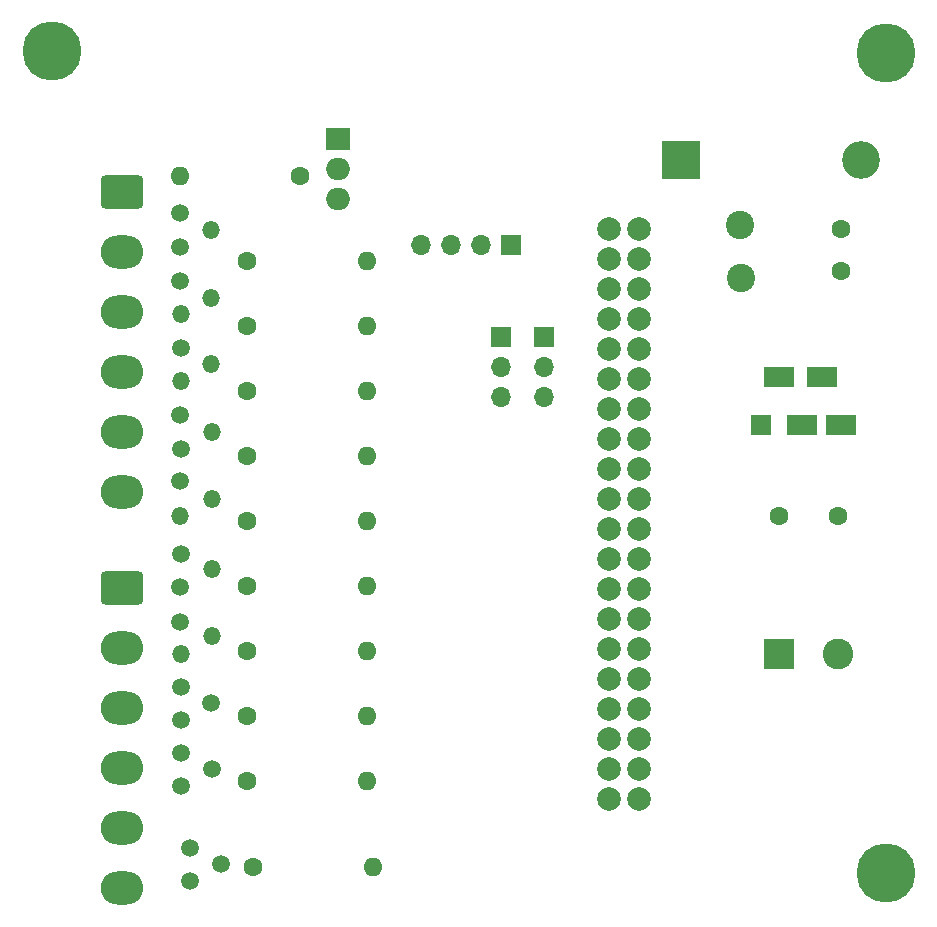
<source format=gbr>
%TF.GenerationSoftware,KiCad,Pcbnew,6.0.5-a6ca702e91~116~ubuntu20.04.1*%
%TF.CreationDate,2022-09-12T10:32:16-03:00*%
%TF.ProjectId,PEF,5045462e-6b69-4636-9164-5f7063625858,rev?*%
%TF.SameCoordinates,Original*%
%TF.FileFunction,Soldermask,Top*%
%TF.FilePolarity,Negative*%
%FSLAX46Y46*%
G04 Gerber Fmt 4.6, Leading zero omitted, Abs format (unit mm)*
G04 Created by KiCad (PCBNEW 6.0.5-a6ca702e91~116~ubuntu20.04.1) date 2022-09-12 10:32:16*
%MOMM*%
%LPD*%
G01*
G04 APERTURE LIST*
G04 Aperture macros list*
%AMRoundRect*
0 Rectangle with rounded corners*
0 $1 Rounding radius*
0 $2 $3 $4 $5 $6 $7 $8 $9 X,Y pos of 4 corners*
0 Add a 4 corners polygon primitive as box body*
4,1,4,$2,$3,$4,$5,$6,$7,$8,$9,$2,$3,0*
0 Add four circle primitives for the rounded corners*
1,1,$1+$1,$2,$3*
1,1,$1+$1,$4,$5*
1,1,$1+$1,$6,$7*
1,1,$1+$1,$8,$9*
0 Add four rect primitives between the rounded corners*
20,1,$1+$1,$2,$3,$4,$5,0*
20,1,$1+$1,$4,$5,$6,$7,0*
20,1,$1+$1,$6,$7,$8,$9,0*
20,1,$1+$1,$8,$9,$2,$3,0*%
G04 Aperture macros list end*
%ADD10R,1.800000X1.800000*%
%ADD11R,2.500000X1.800000*%
%ADD12C,1.600000*%
%ADD13C,1.500000*%
%ADD14O,1.500000X1.500000*%
%ADD15C,5.000000*%
%ADD16R,1.700000X1.700000*%
%ADD17O,1.700000X1.700000*%
%ADD18O,1.600000X1.600000*%
%ADD19R,3.200000X3.200000*%
%ADD20O,3.200000X3.200000*%
%ADD21RoundRect,0.336538X-1.463462X1.063462X-1.463462X-1.063462X1.463462X-1.063462X1.463462X1.063462X0*%
%ADD22O,3.600000X2.800000*%
%ADD23C,2.400000*%
%ADD24C,2.000000*%
%ADD25R,2.600000X2.600000*%
%ADD26C,2.600000*%
%ADD27R,2.000000X1.905000*%
%ADD28O,2.000000X1.905000*%
G04 APERTURE END LIST*
D10*
%TO.C,U2*%
X77880000Y-49700000D03*
D11*
X79405000Y-45575000D03*
X81280000Y-49700000D03*
X83030000Y-45575000D03*
X84630000Y-49700000D03*
%TD*%
D12*
%TO.C,C2*%
X84600000Y-36590000D03*
X84600000Y-33090000D03*
%TD*%
D13*
%TO.C,Q3*%
X28640000Y-48840000D03*
D14*
X31340000Y-50240000D03*
D13*
X28740000Y-51740000D03*
%TD*%
D15*
%TO.C,H1*%
X17800000Y-18000000D03*
%TD*%
D16*
%TO.C,J3*%
X55795000Y-42200000D03*
D17*
X55795000Y-44740000D03*
X55795000Y-47280000D03*
%TD*%
D12*
%TO.C,R5*%
X34320000Y-74326250D03*
D18*
X44480000Y-74326250D03*
%TD*%
D19*
%TO.C,D1*%
X71040000Y-27270000D03*
D20*
X86280000Y-27270000D03*
%TD*%
D12*
%TO.C,R10*%
X34320000Y-63318750D03*
D18*
X44480000Y-63318750D03*
%TD*%
D21*
%TO.C,J2*%
X23777500Y-63500000D03*
D22*
X23777500Y-68580000D03*
X23777500Y-73660000D03*
X23777500Y-78740000D03*
X23777500Y-83820000D03*
X23777500Y-88900000D03*
%TD*%
D12*
%TO.C,R2*%
X34320000Y-68822500D03*
D18*
X44480000Y-68822500D03*
%TD*%
D15*
%TO.C,H3*%
X88400000Y-87600000D03*
%TD*%
D23*
%TO.C,L1*%
X76170000Y-37210000D03*
X76070000Y-32710000D03*
%TD*%
D12*
%TO.C,R3*%
X34320000Y-79830000D03*
D18*
X44480000Y-79830000D03*
%TD*%
D13*
%TO.C,Q5*%
X29520000Y-85450000D03*
X32120000Y-86850000D03*
X29520000Y-88250000D03*
%TD*%
D24*
%TO.C,J7*%
X65000000Y-33075000D03*
X67540000Y-33075000D03*
X65000000Y-35615000D03*
X67540000Y-35615000D03*
X65000000Y-38155000D03*
X67540000Y-38155000D03*
X65000000Y-40695000D03*
X67540000Y-40695000D03*
X65000000Y-43235000D03*
X67540000Y-43235000D03*
X65000000Y-45775000D03*
X67540000Y-45775000D03*
X65000000Y-48315000D03*
X67540000Y-48315000D03*
X65000000Y-50855000D03*
X67540000Y-50855000D03*
X65000000Y-53395000D03*
X67540000Y-53395000D03*
X65000000Y-55935000D03*
X67540000Y-55935000D03*
X65000000Y-58475000D03*
X67540000Y-58475000D03*
X65000000Y-61015000D03*
X67540000Y-61015000D03*
X65000000Y-63555000D03*
X67540000Y-63555000D03*
X65000000Y-66095000D03*
X67540000Y-66095000D03*
X65000000Y-68635000D03*
X67540000Y-68635000D03*
X65000000Y-71175000D03*
X67540000Y-71175000D03*
X65000000Y-73715000D03*
X67540000Y-73715000D03*
X65000000Y-76255000D03*
X67540000Y-76255000D03*
X65000000Y-78795000D03*
X67540000Y-78795000D03*
X65000000Y-81335000D03*
X67540000Y-81335000D03*
%TD*%
D12*
%TO.C,R9*%
X34320000Y-41303750D03*
D18*
X44480000Y-41303750D03*
%TD*%
D12*
%TO.C,R7*%
X34320000Y-35800000D03*
D18*
X44480000Y-35800000D03*
%TD*%
D25*
%TO.C,J6*%
X79340000Y-69030000D03*
D26*
X84340000Y-69030000D03*
%TD*%
D13*
%TO.C,Q4*%
X28740000Y-71830000D03*
X31240000Y-73200000D03*
X28740000Y-74630000D03*
%TD*%
%TO.C,Q2*%
X28740000Y-77430000D03*
X31340000Y-78800000D03*
X28740000Y-80230000D03*
%TD*%
D21*
%TO.C,J1*%
X23777500Y-29900000D03*
D22*
X23777500Y-34980000D03*
X23777500Y-40060000D03*
X23777500Y-45140000D03*
X23777500Y-50220000D03*
X23777500Y-55300000D03*
%TD*%
D13*
%TO.C,Q6*%
X28640000Y-31730000D03*
D14*
X31240000Y-33130000D03*
D13*
X28640000Y-34630000D03*
%TD*%
%TO.C,Q7*%
X28640000Y-54400000D03*
D14*
X31340000Y-55900000D03*
X28640000Y-57400000D03*
%TD*%
D12*
%TO.C,R1*%
X38800000Y-28600000D03*
D18*
X28640000Y-28600000D03*
%TD*%
D16*
%TO.C,J4*%
X59475000Y-42200000D03*
D17*
X59475000Y-44740000D03*
X59475000Y-47280000D03*
%TD*%
D13*
%TO.C,Q1*%
X28640000Y-66330000D03*
D14*
X31340000Y-67530000D03*
X28740000Y-69030000D03*
%TD*%
D13*
%TO.C,Q8*%
X28640000Y-37500000D03*
D14*
X31240000Y-38900000D03*
X28740000Y-40300000D03*
%TD*%
D15*
%TO.C,H2*%
X88400000Y-18200000D03*
%TD*%
D12*
%TO.C,R6*%
X34840000Y-87130000D03*
D18*
X45000000Y-87130000D03*
%TD*%
D12*
%TO.C,R8*%
X34320000Y-57815000D03*
D18*
X44480000Y-57815000D03*
%TD*%
D12*
%TO.C,R4*%
X34320000Y-52311250D03*
D18*
X44480000Y-52311250D03*
%TD*%
D12*
%TO.C,C1*%
X79340000Y-57400000D03*
X84340000Y-57400000D03*
%TD*%
D13*
%TO.C,Q9*%
X28740000Y-60560000D03*
D14*
X31340000Y-61860000D03*
D13*
X28640000Y-63360000D03*
%TD*%
D16*
%TO.C,J5*%
X56675000Y-34400000D03*
D17*
X54135000Y-34400000D03*
X51595000Y-34400000D03*
X49055000Y-34400000D03*
%TD*%
D12*
%TO.C,R11*%
X34320000Y-46807500D03*
D18*
X44480000Y-46807500D03*
%TD*%
D13*
%TO.C,Q10*%
X28740000Y-43170000D03*
D14*
X31240000Y-44470000D03*
X28740000Y-45970000D03*
%TD*%
D27*
%TO.C,U1*%
X42055000Y-25460000D03*
D28*
X42055000Y-28000000D03*
X42055000Y-30540000D03*
%TD*%
M02*

</source>
